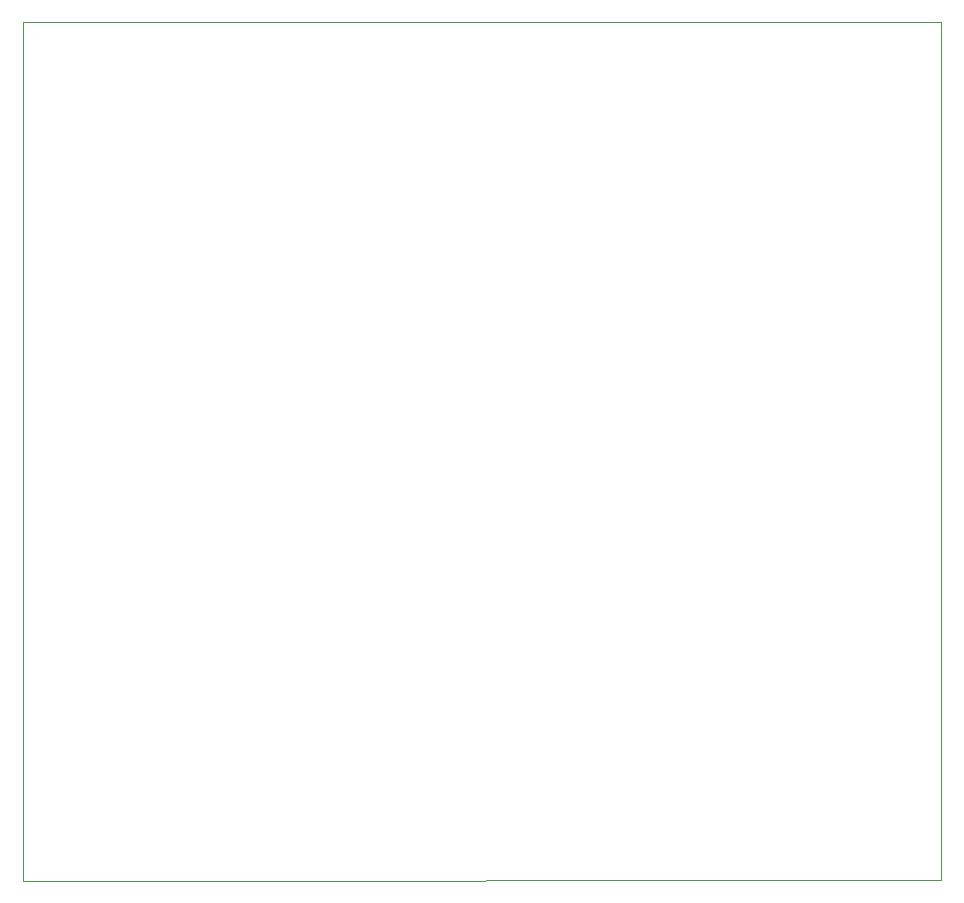
<source format=gbr>
G04 #@! TF.GenerationSoftware,KiCad,Pcbnew,(5.1.6)-1*
G04 #@! TF.CreationDate,2020-05-29T22:16:18+02:00*
G04 #@! TF.ProjectId,TMC51604Axis,544d4335-3136-4303-9441-7869732e6b69,rev?*
G04 #@! TF.SameCoordinates,Original*
G04 #@! TF.FileFunction,Profile,NP*
%FSLAX46Y46*%
G04 Gerber Fmt 4.6, Leading zero omitted, Abs format (unit mm)*
G04 Created by KiCad (PCBNEW (5.1.6)-1) date 2020-05-29 22:16:18*
%MOMM*%
%LPD*%
G01*
G04 APERTURE LIST*
G04 #@! TA.AperFunction,Profile*
%ADD10C,0.050000*%
G04 #@! TD*
G04 APERTURE END LIST*
D10*
X138176000Y-61722000D02*
X60452000Y-61722000D01*
X138176000Y-61722000D02*
X138176000Y-134366000D01*
X60452000Y-134493000D02*
X60452000Y-61722000D01*
X138176000Y-134366000D02*
X60452000Y-134493000D01*
M02*

</source>
